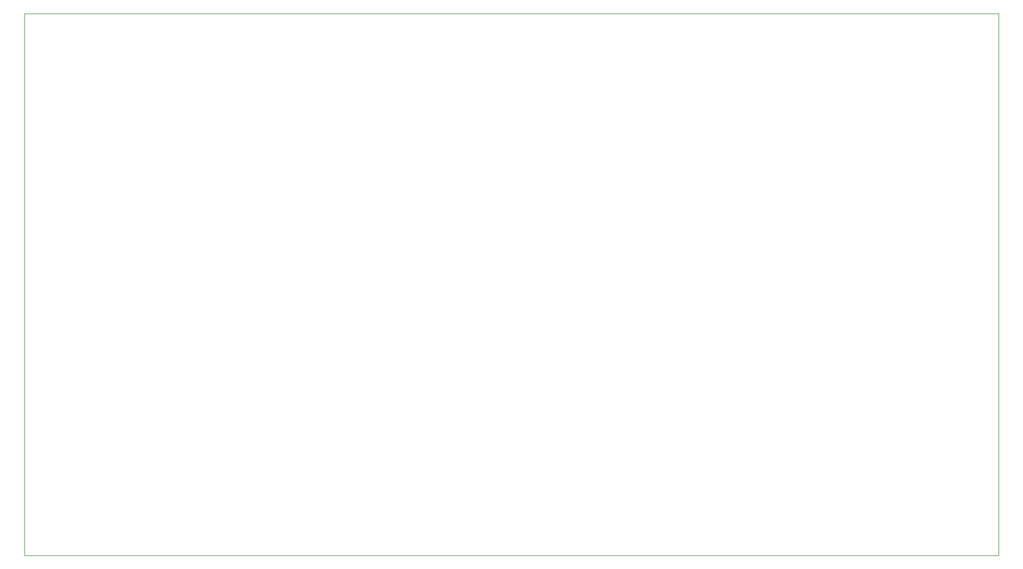
<source format=gbr>
%FSTAX25Y25*%
%MOMM*%
%SFA1B1*%

%IPPOS*%
%ADD23C,0.025400*%
%LNldo_test_profile-1*%
%LPD*%
G54D23*
X3099998Y4299999D02*
Y12749999D01*
X18299998*
Y4299999*
X3099998*
M02*
</source>
